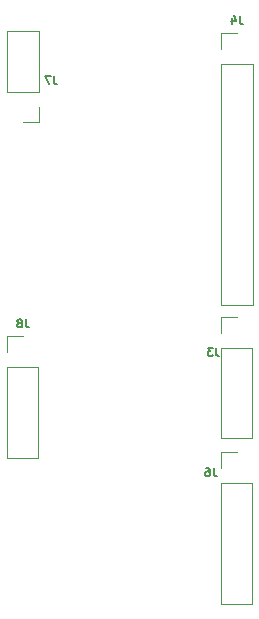
<source format=gbr>
%TF.GenerationSoftware,KiCad,Pcbnew,9.0.0*%
%TF.CreationDate,2025-04-24T12:01:06-04:00*%
%TF.ProjectId,Tiny4FSKGeneralShield,54696e79-3446-4534-9b47-656e6572616c,rev?*%
%TF.SameCoordinates,Original*%
%TF.FileFunction,Legend,Bot*%
%TF.FilePolarity,Positive*%
%FSLAX46Y46*%
G04 Gerber Fmt 4.6, Leading zero omitted, Abs format (unit mm)*
G04 Created by KiCad (PCBNEW 9.0.0) date 2025-04-24 12:01:06*
%MOMM*%
%LPD*%
G01*
G04 APERTURE LIST*
%ADD10C,0.150000*%
%ADD11C,0.120000*%
G04 APERTURE END LIST*
D10*
X142260333Y-79991805D02*
X142260333Y-80491805D01*
X142260333Y-80491805D02*
X142293666Y-80591805D01*
X142293666Y-80591805D02*
X142360333Y-80658472D01*
X142360333Y-80658472D02*
X142460333Y-80691805D01*
X142460333Y-80691805D02*
X142527000Y-80691805D01*
X141993667Y-79991805D02*
X141527000Y-79991805D01*
X141527000Y-79991805D02*
X141827000Y-80691805D01*
X139860333Y-100591805D02*
X139860333Y-101091805D01*
X139860333Y-101091805D02*
X139893666Y-101191805D01*
X139893666Y-101191805D02*
X139960333Y-101258472D01*
X139960333Y-101258472D02*
X140060333Y-101291805D01*
X140060333Y-101291805D02*
X140127000Y-101291805D01*
X139427000Y-100891805D02*
X139493667Y-100858472D01*
X139493667Y-100858472D02*
X139527000Y-100825138D01*
X139527000Y-100825138D02*
X139560333Y-100758472D01*
X139560333Y-100758472D02*
X139560333Y-100725138D01*
X139560333Y-100725138D02*
X139527000Y-100658472D01*
X139527000Y-100658472D02*
X139493667Y-100625138D01*
X139493667Y-100625138D02*
X139427000Y-100591805D01*
X139427000Y-100591805D02*
X139293667Y-100591805D01*
X139293667Y-100591805D02*
X139227000Y-100625138D01*
X139227000Y-100625138D02*
X139193667Y-100658472D01*
X139193667Y-100658472D02*
X139160333Y-100725138D01*
X139160333Y-100725138D02*
X139160333Y-100758472D01*
X139160333Y-100758472D02*
X139193667Y-100825138D01*
X139193667Y-100825138D02*
X139227000Y-100858472D01*
X139227000Y-100858472D02*
X139293667Y-100891805D01*
X139293667Y-100891805D02*
X139427000Y-100891805D01*
X139427000Y-100891805D02*
X139493667Y-100925138D01*
X139493667Y-100925138D02*
X139527000Y-100958472D01*
X139527000Y-100958472D02*
X139560333Y-101025138D01*
X139560333Y-101025138D02*
X139560333Y-101158472D01*
X139560333Y-101158472D02*
X139527000Y-101225138D01*
X139527000Y-101225138D02*
X139493667Y-101258472D01*
X139493667Y-101258472D02*
X139427000Y-101291805D01*
X139427000Y-101291805D02*
X139293667Y-101291805D01*
X139293667Y-101291805D02*
X139227000Y-101258472D01*
X139227000Y-101258472D02*
X139193667Y-101225138D01*
X139193667Y-101225138D02*
X139160333Y-101158472D01*
X139160333Y-101158472D02*
X139160333Y-101025138D01*
X139160333Y-101025138D02*
X139193667Y-100958472D01*
X139193667Y-100958472D02*
X139227000Y-100925138D01*
X139227000Y-100925138D02*
X139293667Y-100891805D01*
X157980333Y-74891805D02*
X157980333Y-75391805D01*
X157980333Y-75391805D02*
X158013666Y-75491805D01*
X158013666Y-75491805D02*
X158080333Y-75558472D01*
X158080333Y-75558472D02*
X158180333Y-75591805D01*
X158180333Y-75591805D02*
X158247000Y-75591805D01*
X157347000Y-75125138D02*
X157347000Y-75591805D01*
X157513667Y-74858472D02*
X157680333Y-75358472D01*
X157680333Y-75358472D02*
X157247000Y-75358472D01*
X155760333Y-113191805D02*
X155760333Y-113691805D01*
X155760333Y-113691805D02*
X155793666Y-113791805D01*
X155793666Y-113791805D02*
X155860333Y-113858472D01*
X155860333Y-113858472D02*
X155960333Y-113891805D01*
X155960333Y-113891805D02*
X156027000Y-113891805D01*
X155127000Y-113191805D02*
X155260333Y-113191805D01*
X155260333Y-113191805D02*
X155327000Y-113225138D01*
X155327000Y-113225138D02*
X155360333Y-113258472D01*
X155360333Y-113258472D02*
X155427000Y-113358472D01*
X155427000Y-113358472D02*
X155460333Y-113491805D01*
X155460333Y-113491805D02*
X155460333Y-113758472D01*
X155460333Y-113758472D02*
X155427000Y-113825138D01*
X155427000Y-113825138D02*
X155393667Y-113858472D01*
X155393667Y-113858472D02*
X155327000Y-113891805D01*
X155327000Y-113891805D02*
X155193667Y-113891805D01*
X155193667Y-113891805D02*
X155127000Y-113858472D01*
X155127000Y-113858472D02*
X155093667Y-113825138D01*
X155093667Y-113825138D02*
X155060333Y-113758472D01*
X155060333Y-113758472D02*
X155060333Y-113591805D01*
X155060333Y-113591805D02*
X155093667Y-113525138D01*
X155093667Y-113525138D02*
X155127000Y-113491805D01*
X155127000Y-113491805D02*
X155193667Y-113458472D01*
X155193667Y-113458472D02*
X155327000Y-113458472D01*
X155327000Y-113458472D02*
X155393667Y-113491805D01*
X155393667Y-113491805D02*
X155427000Y-113525138D01*
X155427000Y-113525138D02*
X155460333Y-113591805D01*
X155960333Y-102991805D02*
X155960333Y-103491805D01*
X155960333Y-103491805D02*
X155993666Y-103591805D01*
X155993666Y-103591805D02*
X156060333Y-103658472D01*
X156060333Y-103658472D02*
X156160333Y-103691805D01*
X156160333Y-103691805D02*
X156227000Y-103691805D01*
X155693667Y-102991805D02*
X155260333Y-102991805D01*
X155260333Y-102991805D02*
X155493667Y-103258472D01*
X155493667Y-103258472D02*
X155393667Y-103258472D01*
X155393667Y-103258472D02*
X155327000Y-103291805D01*
X155327000Y-103291805D02*
X155293667Y-103325138D01*
X155293667Y-103325138D02*
X155260333Y-103391805D01*
X155260333Y-103391805D02*
X155260333Y-103558472D01*
X155260333Y-103558472D02*
X155293667Y-103625138D01*
X155293667Y-103625138D02*
X155327000Y-103658472D01*
X155327000Y-103658472D02*
X155393667Y-103691805D01*
X155393667Y-103691805D02*
X155593667Y-103691805D01*
X155593667Y-103691805D02*
X155660333Y-103658472D01*
X155660333Y-103658472D02*
X155693667Y-103625138D01*
D11*
%TO.C,J7*%
X138311431Y-76192929D02*
X140971431Y-76192929D01*
X138311431Y-81332929D02*
X138311431Y-76192929D01*
X138311431Y-81332929D02*
X140971431Y-81332929D01*
X139641431Y-83932929D02*
X140971431Y-83932929D01*
X140971431Y-81332929D02*
X140971431Y-76192929D01*
X140971431Y-83932929D02*
X140971431Y-82602929D01*
%TO.C,J8*%
X138267000Y-102030772D02*
X138267000Y-103360772D01*
X138267000Y-104630772D02*
X138267000Y-112310772D01*
X139597000Y-102030772D02*
X138267000Y-102030772D01*
X140927000Y-104630772D02*
X138267000Y-104630772D01*
X140927000Y-104630772D02*
X140927000Y-112310772D01*
X140927000Y-112310772D02*
X138267000Y-112310772D01*
%TO.C,J4*%
X156417000Y-76400772D02*
X156417000Y-77730772D01*
X156417000Y-79000772D02*
X156417000Y-99380772D01*
X157747000Y-76400772D02*
X156417000Y-76400772D01*
X159077000Y-79000772D02*
X156417000Y-79000772D01*
X159077000Y-79000772D02*
X159077000Y-99380772D01*
X159077000Y-99380772D02*
X156417000Y-99380772D01*
%TO.C,J6*%
X156397000Y-111845772D02*
X156397000Y-113175772D01*
X156397000Y-114445772D02*
X156397000Y-124665772D01*
X157727000Y-111845772D02*
X156397000Y-111845772D01*
X159057000Y-114445772D02*
X156397000Y-114445772D01*
X159057000Y-114445772D02*
X159057000Y-124665772D01*
X159057000Y-124665772D02*
X156397000Y-124665772D01*
%TO.C,J3*%
X156397000Y-100410772D02*
X156397000Y-101740772D01*
X156397000Y-103010772D02*
X156397000Y-110690772D01*
X157727000Y-100410772D02*
X156397000Y-100410772D01*
X159057000Y-103010772D02*
X156397000Y-103010772D01*
X159057000Y-103010772D02*
X159057000Y-110690772D01*
X159057000Y-110690772D02*
X156397000Y-110690772D01*
%TD*%
M02*

</source>
